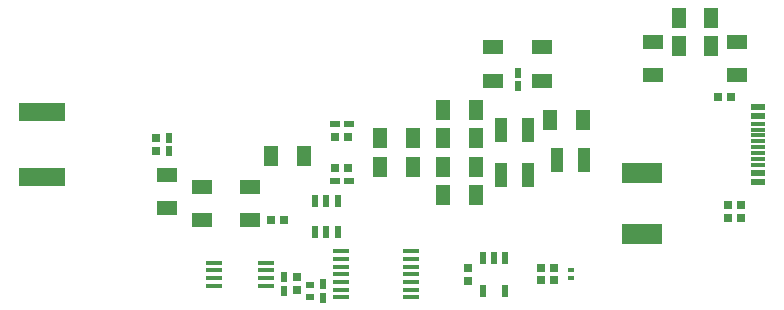
<source format=gbr>
%TF.GenerationSoftware,Altium Limited,Altium Designer,25.2.1 (25)*%
G04 Layer_Color=128*
%FSLAX45Y45*%
%MOMM*%
%TF.SameCoordinates,2968D444-F816-4350-AB46-43E4CE3DDFF8*%
%TF.FilePolarity,Positive*%
%TF.FileFunction,Paste,Bot*%
%TF.Part,Single*%
G01*
G75*
%TA.AperFunction,SMDPad,CuDef*%
%ADD13R,0.60000X0.85000*%
%ADD14R,0.65000X0.80000*%
%ADD16R,0.80000X0.65000*%
%TA.AperFunction,ConnectorPad*%
%ADD31R,4.00000X1.50000*%
%TA.AperFunction,SMDPad,CuDef*%
%ADD35R,0.85000X0.60000*%
%ADD36R,1.30000X1.80000*%
%ADD45R,1.80000X1.30000*%
%ADD46R,1.25000X1.75000*%
%ADD47R,1.30000X0.60000*%
%ADD48R,1.30000X0.30000*%
%ADD49R,0.60000X1.10000*%
%ADD50R,1.45000X0.45000*%
%ADD51R,1.45000X0.45000*%
%ADD52R,0.64000X0.57000*%
%ADD53R,1.13000X2.02000*%
%ADD54R,3.50000X1.78000*%
%ADD55R,0.60000X0.40000*%
D13*
X-2200000Y57500D02*
D03*
Y-57500D02*
D03*
X-1230000Y-1237500D02*
D03*
Y-1122500D02*
D03*
X-900000Y-1297500D02*
D03*
Y-1182500D02*
D03*
X750000Y607500D02*
D03*
Y492500D02*
D03*
D14*
X-2310000Y55000D02*
D03*
Y-55000D02*
D03*
X-1120000Y-1235000D02*
D03*
Y-1125000D02*
D03*
X2530000Y-515000D02*
D03*
Y-625000D02*
D03*
X2640000Y-515000D02*
D03*
Y-625000D02*
D03*
X330000Y-1155000D02*
D03*
Y-1045000D02*
D03*
D16*
X2555000Y400000D02*
D03*
X2445000D02*
D03*
X-1225000Y-640000D02*
D03*
X-1335000D02*
D03*
X945001Y-1050000D02*
D03*
X1055001D02*
D03*
X945001Y-1150000D02*
D03*
X1055001D02*
D03*
X-685000Y60000D02*
D03*
X-795000D02*
D03*
X-685000Y-200000D02*
D03*
X-795000D02*
D03*
D31*
X-3275000Y277000D02*
D03*
Y-277000D02*
D03*
D35*
X-682500Y-310000D02*
D03*
X-797500D02*
D03*
X-682500Y170000D02*
D03*
X-797500D02*
D03*
D36*
X-1340000Y-100000D02*
D03*
X-1060000D02*
D03*
X120000Y50000D02*
D03*
X400000D02*
D03*
X120000Y290000D02*
D03*
X400000D02*
D03*
X-420000Y-190000D02*
D03*
X-140000D02*
D03*
X-420000Y50000D02*
D03*
X-140000D02*
D03*
X400000Y-430000D02*
D03*
X120000D02*
D03*
X400000Y-190000D02*
D03*
X120000D02*
D03*
X1300000Y210000D02*
D03*
X1020000D02*
D03*
D45*
X2605000Y870000D02*
D03*
Y590000D02*
D03*
X1895000D02*
D03*
Y870000D02*
D03*
X-1520000Y-640000D02*
D03*
Y-360000D02*
D03*
X-1920000Y-640000D02*
D03*
Y-360000D02*
D03*
X-2220000Y-260000D02*
D03*
Y-540000D02*
D03*
X960000Y540000D02*
D03*
Y820000D02*
D03*
X540000D02*
D03*
Y540000D02*
D03*
D46*
X2387500Y830000D02*
D03*
X2112500D02*
D03*
X2387500Y1070000D02*
D03*
X2112500D02*
D03*
D47*
X2784000Y320000D02*
D03*
Y240000D02*
D03*
Y-240000D02*
D03*
Y-320000D02*
D03*
D48*
Y175000D02*
D03*
Y-175000D02*
D03*
Y125000D02*
D03*
Y-125000D02*
D03*
Y75000D02*
D03*
Y-75000D02*
D03*
Y25000D02*
D03*
Y-25000D02*
D03*
D49*
X-965000Y-740000D02*
D03*
X-870000D02*
D03*
X-775000D02*
D03*
Y-480000D02*
D03*
X-870000D02*
D03*
X-965000D02*
D03*
X455000Y-960000D02*
D03*
X550000D02*
D03*
X645000D02*
D03*
Y-1240000D02*
D03*
X455000D02*
D03*
D50*
X-1380000Y-1197500D02*
D03*
Y-1132500D02*
D03*
Y-1067500D02*
D03*
Y-1002500D02*
D03*
X-1819999D02*
D03*
Y-1067500D02*
D03*
Y-1132500D02*
D03*
Y-1197500D02*
D03*
D51*
X-745000Y-1295000D02*
D03*
Y-1100000D02*
D03*
Y-1165000D02*
D03*
Y-1230000D02*
D03*
Y-905000D02*
D03*
X-155000D02*
D03*
Y-970000D02*
D03*
Y-1035000D02*
D03*
Y-1100000D02*
D03*
Y-1165000D02*
D03*
Y-1230000D02*
D03*
Y-1295000D02*
D03*
X-745000Y-970000D02*
D03*
Y-1035000D02*
D03*
D52*
X-1010000Y-1289000D02*
D03*
Y-1191000D02*
D03*
D53*
X833500Y120000D02*
D03*
X606500D02*
D03*
X833500Y-260000D02*
D03*
X606500D02*
D03*
X1313500Y-130000D02*
D03*
X1086500D02*
D03*
D54*
X1800000Y-761500D02*
D03*
Y-238500D02*
D03*
D55*
X1200001Y-1135000D02*
D03*
Y-1065000D02*
D03*
%TF.MD5,0cae9f882adf065bf41229874cb4868c*%
M02*

</source>
